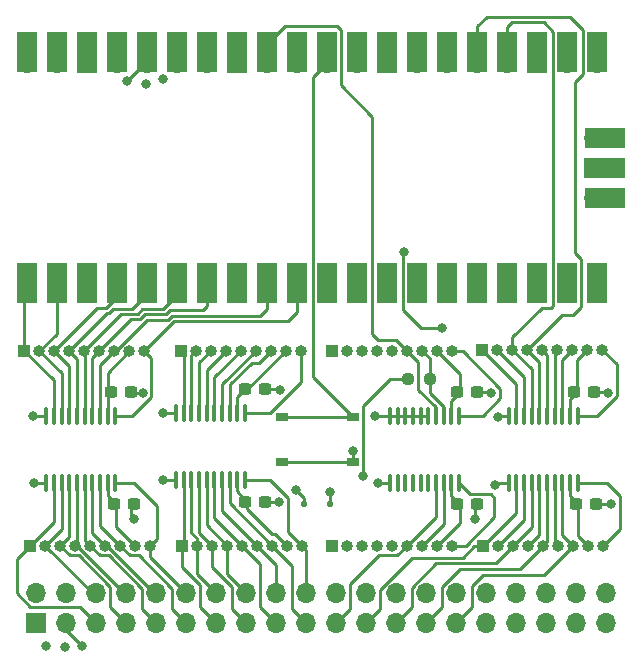
<source format=gbr>
%TF.GenerationSoftware,KiCad,Pcbnew,8.0.0*%
%TF.CreationDate,2024-03-20T20:27:36-04:00*%
%TF.ProjectId,level-shifted,6c657665-6c2d-4736-9869-667465642e6b,rev?*%
%TF.SameCoordinates,Original*%
%TF.FileFunction,Copper,L1,Top*%
%TF.FilePolarity,Positive*%
%FSLAX46Y46*%
G04 Gerber Fmt 4.6, Leading zero omitted, Abs format (unit mm)*
G04 Created by KiCad (PCBNEW 8.0.0) date 2024-03-20 20:27:36*
%MOMM*%
%LPD*%
G01*
G04 APERTURE LIST*
G04 Aperture macros list*
%AMRoundRect*
0 Rectangle with rounded corners*
0 $1 Rounding radius*
0 $2 $3 $4 $5 $6 $7 $8 $9 X,Y pos of 4 corners*
0 Add a 4 corners polygon primitive as box body*
4,1,4,$2,$3,$4,$5,$6,$7,$8,$9,$2,$3,0*
0 Add four circle primitives for the rounded corners*
1,1,$1+$1,$2,$3*
1,1,$1+$1,$4,$5*
1,1,$1+$1,$6,$7*
1,1,$1+$1,$8,$9*
0 Add four rect primitives between the rounded corners*
20,1,$1+$1,$2,$3,$4,$5,0*
20,1,$1+$1,$4,$5,$6,$7,0*
20,1,$1+$1,$6,$7,$8,$9,0*
20,1,$1+$1,$8,$9,$2,$3,0*%
G04 Aperture macros list end*
%TA.AperFunction,ComponentPad*%
%ADD10R,1.000000X1.000000*%
%TD*%
%TA.AperFunction,ComponentPad*%
%ADD11O,1.000000X1.000000*%
%TD*%
%TA.AperFunction,SMDPad,CuDef*%
%ADD12R,1.000000X0.750000*%
%TD*%
%TA.AperFunction,SMDPad,CuDef*%
%ADD13RoundRect,0.237500X0.300000X0.237500X-0.300000X0.237500X-0.300000X-0.237500X0.300000X-0.237500X0*%
%TD*%
%TA.AperFunction,SMDPad,CuDef*%
%ADD14RoundRect,0.100000X-0.100000X0.637500X-0.100000X-0.637500X0.100000X-0.637500X0.100000X0.637500X0*%
%TD*%
%TA.AperFunction,SMDPad,CuDef*%
%ADD15RoundRect,0.237500X-0.250000X-0.237500X0.250000X-0.237500X0.250000X0.237500X-0.250000X0.237500X0*%
%TD*%
%TA.AperFunction,ComponentPad*%
%ADD16R,1.700000X1.700000*%
%TD*%
%TA.AperFunction,ComponentPad*%
%ADD17O,1.700000X1.700000*%
%TD*%
%TA.AperFunction,SMDPad,CuDef*%
%ADD18RoundRect,0.125000X-0.125000X-0.125000X0.125000X-0.125000X0.125000X0.125000X-0.125000X0.125000X0*%
%TD*%
%TA.AperFunction,SMDPad,CuDef*%
%ADD19R,1.700000X3.500000*%
%TD*%
%TA.AperFunction,SMDPad,CuDef*%
%ADD20R,3.500000X1.700000*%
%TD*%
%TA.AperFunction,ViaPad*%
%ADD21C,0.800000*%
%TD*%
%TA.AperFunction,Conductor*%
%ADD22C,0.250000*%
%TD*%
G04 APERTURE END LIST*
D10*
%TO.P,J109,1,Pin_1*%
%TO.N,/LVA8*%
X140880000Y-92500000D03*
D11*
%TO.P,J109,2,Pin_2*%
%TO.N,/LVA9*%
X142150000Y-92500000D03*
%TO.P,J109,3,Pin_3*%
%TO.N,/LVA10*%
X143420000Y-92500000D03*
%TO.P,J109,4,Pin_4*%
%TO.N,/LVA11*%
X144690000Y-92500000D03*
%TO.P,J109,5,Pin_5*%
%TO.N,/LVA12*%
X145960000Y-92500000D03*
%TO.P,J109,6,Pin_6*%
%TO.N,/LVA13*%
X147230000Y-92500000D03*
%TO.P,J109,7,Pin_7*%
%TO.N,/LVA14*%
X148500000Y-92500000D03*
%TO.P,J109,8,Pin_8*%
%TO.N,3V3*%
X149770000Y-92500000D03*
%TO.P,J109,9,Pin_9*%
%TO.N,/LVA15*%
X151040000Y-92500000D03*
%TD*%
D12*
%TO.P,SW101,1,A*%
%TO.N,Net-(SW101-A)*%
X149500000Y-98125000D03*
X155500000Y-98125000D03*
%TO.P,SW101,2,B*%
%TO.N,GND*%
X149500000Y-101875000D03*
X155500000Y-101875000D03*
%TD*%
D10*
%TO.P,J107,1,Pin_1*%
%TO.N,/LVA0*%
X127650000Y-92500000D03*
D11*
%TO.P,J107,2,Pin_2*%
%TO.N,/LVA1*%
X128920000Y-92500000D03*
%TO.P,J107,3,Pin_3*%
%TO.N,/LVA2*%
X130190000Y-92500000D03*
%TO.P,J107,4,Pin_4*%
%TO.N,/LVA3*%
X131460000Y-92500000D03*
%TO.P,J107,5,Pin_5*%
%TO.N,/LVA4*%
X132730000Y-92500000D03*
%TO.P,J107,6,Pin_6*%
%TO.N,/LVA5*%
X134000000Y-92500000D03*
%TO.P,J107,7,Pin_7*%
%TO.N,/LVA6*%
X135270000Y-92500000D03*
%TO.P,J107,8,Pin_8*%
%TO.N,3V3*%
X136540000Y-92500000D03*
%TO.P,J107,9,Pin_9*%
%TO.N,/LVA7*%
X137810000Y-92500000D03*
%TD*%
D10*
%TO.P,J103,1,Pin_1*%
%TO.N,/HVA0*%
X128150000Y-109000000D03*
D11*
%TO.P,J103,2,Pin_2*%
%TO.N,/HVA1*%
X129420000Y-109000000D03*
%TO.P,J103,3,Pin_3*%
%TO.N,/HVA2*%
X130690000Y-109000000D03*
%TO.P,J103,4,Pin_4*%
%TO.N,/HVA3*%
X131960000Y-109000000D03*
%TO.P,J103,5,Pin_5*%
%TO.N,/HVA4*%
X133230000Y-109000000D03*
%TO.P,J103,6,Pin_6*%
%TO.N,/HVA5*%
X134500000Y-109000000D03*
%TO.P,J103,7,Pin_7*%
%TO.N,/HVA6*%
X135770000Y-109000000D03*
%TO.P,J103,8,Pin_8*%
%TO.N,5V*%
X137040000Y-109000000D03*
%TO.P,J103,9,Pin_9*%
%TO.N,/HVA7*%
X138310000Y-109000000D03*
%TD*%
D10*
%TO.P,J110,1,Pin_1*%
%TO.N,unconnected-(J110-Pin_1-Pad1)*%
X153690000Y-92500000D03*
D11*
%TO.P,J110,2,Pin_2*%
%TO.N,unconnected-(J110-Pin_2-Pad2)*%
X154960000Y-92500000D03*
%TO.P,J110,3,Pin_3*%
%TO.N,unconnected-(J110-Pin_3-Pad3)*%
X156230000Y-92500000D03*
%TO.P,J110,4,Pin_4*%
%TO.N,unconnected-(J110-Pin_4-Pad4)*%
X157500000Y-92500000D03*
%TO.P,J110,5,Pin_5*%
%TO.N,unconnected-(J110-Pin_5-Pad5)*%
X158770000Y-92500000D03*
%TO.P,J110,6,Pin_6*%
%TO.N,LVRW*%
X160040000Y-92500000D03*
%TO.P,J110,7,Pin_7*%
%TO.N,LVDEN*%
X161310000Y-92500000D03*
%TO.P,J110,8,Pin_8*%
%TO.N,3V3*%
X162580000Y-92500000D03*
%TO.P,J110,9,Pin_9*%
%TO.N,LVPHI2*%
X163850000Y-92500000D03*
%TD*%
D10*
%TO.P,J106,1,Pin_1*%
%TO.N,LVD0*%
X166425000Y-92415000D03*
D11*
%TO.P,J106,2,Pin_2*%
%TO.N,LVD1*%
X167695000Y-92415000D03*
%TO.P,J106,3,Pin_3*%
%TO.N,LVD2*%
X168965000Y-92415000D03*
%TO.P,J106,4,Pin_4*%
%TO.N,LVD3*%
X170235000Y-92415000D03*
%TO.P,J106,5,Pin_5*%
%TO.N,LVD4*%
X171505000Y-92415000D03*
%TO.P,J106,6,Pin_6*%
%TO.N,LVD5*%
X172775000Y-92415000D03*
%TO.P,J106,7,Pin_7*%
%TO.N,LVD6*%
X174045000Y-92415000D03*
%TO.P,J106,8,Pin_8*%
%TO.N,3V3*%
X175315000Y-92415000D03*
%TO.P,J106,9,Pin_9*%
%TO.N,LVD7*%
X176585000Y-92415000D03*
%TD*%
D13*
%TO.P,C106,1*%
%TO.N,GND*%
X176042200Y-105500000D03*
%TO.P,C106,2*%
%TO.N,5V*%
X174317200Y-105500000D03*
%TD*%
D14*
%TO.P,U102,1,A1*%
%TO.N,/LVA15*%
X146339200Y-97738000D03*
%TO.P,U102,2,VCCA*%
%TO.N,3V3*%
X145689200Y-97738000D03*
%TO.P,U102,3,A2*%
%TO.N,/LVA14*%
X145039200Y-97738000D03*
%TO.P,U102,4,A3*%
%TO.N,/LVA13*%
X144389200Y-97738000D03*
%TO.P,U102,5,A4*%
%TO.N,/LVA12*%
X143739200Y-97738000D03*
%TO.P,U102,6,A5*%
%TO.N,/LVA11*%
X143089200Y-97738000D03*
%TO.P,U102,7,A6*%
%TO.N,/LVA10*%
X142439200Y-97738000D03*
%TO.P,U102,8,A7*%
%TO.N,/LVA9*%
X141789200Y-97738000D03*
%TO.P,U102,9,A8*%
%TO.N,/LVA8*%
X141139200Y-97738000D03*
%TO.P,U102,10,OE*%
%TO.N,3V3*%
X140489200Y-97738000D03*
%TO.P,U102,11,GND*%
%TO.N,GND*%
X140489200Y-103463000D03*
%TO.P,U102,12,B8*%
%TO.N,/HVA8*%
X141139200Y-103463000D03*
%TO.P,U102,13,B7*%
%TO.N,/HVA9*%
X141789200Y-103463000D03*
%TO.P,U102,14,B6*%
%TO.N,/HVA10*%
X142439200Y-103463000D03*
%TO.P,U102,15,B5*%
%TO.N,/HVA11*%
X143089200Y-103463000D03*
%TO.P,U102,16,B4*%
%TO.N,/HVA12*%
X143739200Y-103463000D03*
%TO.P,U102,17,B3*%
%TO.N,/HVA13*%
X144389200Y-103463000D03*
%TO.P,U102,18,B2*%
%TO.N,/HVA14*%
X145039200Y-103463000D03*
%TO.P,U102,19,VCCB*%
%TO.N,5V*%
X145689200Y-103463000D03*
%TO.P,U102,20,B1*%
%TO.N,/HVA15*%
X146339200Y-103463000D03*
%TD*%
D13*
%TO.P,C101,1*%
%TO.N,GND*%
X148026700Y-95754000D03*
%TO.P,C101,2*%
%TO.N,3V3*%
X146301700Y-95754000D03*
%TD*%
D15*
%TO.P,R101,1*%
%TO.N,5V*%
X160123500Y-94843600D03*
%TO.P,R101,2*%
%TO.N,LVDEN*%
X161948500Y-94843600D03*
%TD*%
D13*
%TO.P,C105,1*%
%TO.N,GND*%
X175914700Y-96000000D03*
%TO.P,C105,2*%
%TO.N,3V3*%
X174189700Y-96000000D03*
%TD*%
D16*
%TO.P,J104,1,GND*%
%TO.N,GND*%
X128650000Y-115570000D03*
D17*
%TO.P,J104,2,GND*%
X128650000Y-113030000D03*
%TO.P,J104,3,VCC*%
%TO.N,5V*%
X131190000Y-115570000D03*
%TO.P,J104,4,~{RESET}*%
%TO.N,unconnected-(J104-~{RESET}-Pad4)*%
X131190000Y-113030000D03*
%TO.P,J104,5,A0*%
%TO.N,/HVA0*%
X133730000Y-115570000D03*
%TO.P,J104,6,A1*%
%TO.N,/HVA1*%
X133730000Y-113030000D03*
%TO.P,J104,7,A2*%
%TO.N,/HVA2*%
X136270000Y-115570000D03*
%TO.P,J104,8,A3*%
%TO.N,/HVA3*%
X136270000Y-113030000D03*
%TO.P,J104,9,A4*%
%TO.N,/HVA4*%
X138810000Y-115570000D03*
%TO.P,J104,10,A5*%
%TO.N,/HVA5*%
X138810000Y-113030000D03*
%TO.P,J104,11,A6*%
%TO.N,/HVA6*%
X141350000Y-115570000D03*
%TO.P,J104,12,A7*%
%TO.N,/HVA7*%
X141350000Y-113030000D03*
%TO.P,J104,13,A8*%
%TO.N,/HVA8*%
X143890000Y-115570000D03*
%TO.P,J104,14,A9*%
%TO.N,/HVA9*%
X143890000Y-113030000D03*
%TO.P,J104,15,A10*%
%TO.N,/HVA10*%
X146430000Y-115570000D03*
%TO.P,J104,16,A11*%
%TO.N,/HVA11*%
X146430000Y-113030000D03*
%TO.P,J104,17,A12*%
%TO.N,/HVA12*%
X148970000Y-115570000D03*
%TO.P,J104,18,A13*%
%TO.N,/HVA13*%
X148970000Y-113030000D03*
%TO.P,J104,19,A14*%
%TO.N,/HVA14*%
X151510000Y-115570000D03*
%TO.P,J104,20,A15*%
%TO.N,/HVA15*%
X151510000Y-113030000D03*
%TO.P,J104,21,RW*%
%TO.N,HVRW*%
X154050000Y-115570000D03*
%TO.P,J104,22,PH2*%
%TO.N,HVPHI2*%
X154050000Y-113030000D03*
%TO.P,J104,23,D0*%
%TO.N,HVD0*%
X156590000Y-115570000D03*
%TO.P,J104,24,D1*%
%TO.N,HVD1*%
X156590000Y-113030000D03*
%TO.P,J104,25,D2*%
%TO.N,HVD2*%
X159130000Y-115570000D03*
%TO.P,J104,26,D3*%
%TO.N,HVD3*%
X159130000Y-113030000D03*
%TO.P,J104,27,D4*%
%TO.N,HVD4*%
X161670000Y-115570000D03*
%TO.P,J104,28,D5*%
%TO.N,HVD5*%
X161670000Y-113030000D03*
%TO.P,J104,29,D6*%
%TO.N,HVD6*%
X164210000Y-115570000D03*
%TO.P,J104,30,D7*%
%TO.N,HVD7*%
X164210000Y-113030000D03*
%TO.P,J104,31,SYNC*%
%TO.N,unconnected-(J104-SYNC-Pad31)*%
X166750000Y-115570000D03*
%TO.P,J104,32,RDY*%
%TO.N,unconnected-(J104-RDY-Pad32)*%
X166750000Y-113030000D03*
%TO.P,J104,33,NMI*%
%TO.N,unconnected-(J104-NMI-Pad33)*%
X169290000Y-115570000D03*
%TO.P,J104,34,TAPE*%
%TO.N,unconnected-(J104-TAPE-Pad34)*%
X169290000Y-113030000D03*
%TO.P,J104,35,DEN*%
%TO.N,HVDEN*%
X171830000Y-115570000D03*
%TO.P,J104,36,SST*%
%TO.N,unconnected-(J104-SST-Pad36)*%
X171830000Y-113030000D03*
%TO.P,J104,37,IO3*%
%TO.N,unconnected-(J104-IO3-Pad37)*%
X174370000Y-115570000D03*
%TO.P,J104,38,PB7*%
%TO.N,unconnected-(J104-PB7-Pad38)*%
X174370000Y-113030000D03*
%TO.P,J104,39,PH1*%
%TO.N,unconnected-(J104-PH1-Pad39)*%
X176910000Y-115570000D03*
%TO.P,J104,40,IRQ*%
%TO.N,unconnected-(J104-IRQ-Pad40)*%
X176910000Y-113030000D03*
%TD*%
D10*
%TO.P,J101,1,Pin_1*%
%TO.N,HVD0*%
X166500000Y-109000000D03*
D11*
%TO.P,J101,2,Pin_2*%
%TO.N,HVD1*%
X167770000Y-109000000D03*
%TO.P,J101,3,Pin_3*%
%TO.N,HVD2*%
X169040000Y-109000000D03*
%TO.P,J101,4,Pin_4*%
%TO.N,HVD3*%
X170310000Y-109000000D03*
%TO.P,J101,5,Pin_5*%
%TO.N,HVD4*%
X171580000Y-109000000D03*
%TO.P,J101,6,Pin_6*%
%TO.N,HVD5*%
X172850000Y-109000000D03*
%TO.P,J101,7,Pin_7*%
%TO.N,HVD6*%
X174120000Y-109000000D03*
%TO.P,J101,8,Pin_8*%
%TO.N,5V*%
X175390000Y-109000000D03*
%TO.P,J101,9,Pin_9*%
%TO.N,HVD7*%
X176660000Y-109000000D03*
%TD*%
D10*
%TO.P,J105,1,Pin_1*%
%TO.N,/HVA8*%
X141000000Y-109000000D03*
D11*
%TO.P,J105,2,Pin_2*%
%TO.N,/HVA9*%
X142270000Y-109000000D03*
%TO.P,J105,3,Pin_3*%
%TO.N,/HVA10*%
X143540000Y-109000000D03*
%TO.P,J105,4,Pin_4*%
%TO.N,/HVA11*%
X144810000Y-109000000D03*
%TO.P,J105,5,Pin_5*%
%TO.N,/HVA12*%
X146080000Y-109000000D03*
%TO.P,J105,6,Pin_6*%
%TO.N,/HVA13*%
X147350000Y-109000000D03*
%TO.P,J105,7,Pin_7*%
%TO.N,/HVA14*%
X148620000Y-109000000D03*
%TO.P,J105,8,Pin_8*%
%TO.N,5V*%
X149890000Y-109000000D03*
%TO.P,J105,9,Pin_9*%
%TO.N,/HVA15*%
X151160000Y-109000000D03*
%TD*%
D13*
%TO.P,C108,1*%
%TO.N,GND*%
X166001000Y-105500000D03*
%TO.P,C108,2*%
%TO.N,5V*%
X164276000Y-105500000D03*
%TD*%
%TO.P,C103,1*%
%TO.N,GND*%
X136668000Y-96000000D03*
%TO.P,C103,2*%
%TO.N,3V3*%
X134943000Y-96000000D03*
%TD*%
D14*
%TO.P,U103,1,A1*%
%TO.N,LVD7*%
X174500000Y-97984000D03*
%TO.P,U103,2,VCCA*%
%TO.N,3V3*%
X173850000Y-97984000D03*
%TO.P,U103,3,A2*%
%TO.N,LVD6*%
X173200000Y-97984000D03*
%TO.P,U103,4,A3*%
%TO.N,LVD5*%
X172550000Y-97984000D03*
%TO.P,U103,5,A4*%
%TO.N,LVD4*%
X171900000Y-97984000D03*
%TO.P,U103,6,A5*%
%TO.N,LVD3*%
X171250000Y-97984000D03*
%TO.P,U103,7,A6*%
%TO.N,LVD2*%
X170600000Y-97984000D03*
%TO.P,U103,8,A7*%
%TO.N,LVD1*%
X169950000Y-97984000D03*
%TO.P,U103,9,A8*%
%TO.N,LVD0*%
X169300000Y-97984000D03*
%TO.P,U103,10,OE*%
%TO.N,/DEN*%
X168650000Y-97984000D03*
%TO.P,U103,11,GND*%
%TO.N,GND*%
X168650000Y-103709000D03*
%TO.P,U103,12,B8*%
%TO.N,HVD0*%
X169300000Y-103709000D03*
%TO.P,U103,13,B7*%
%TO.N,HVD1*%
X169950000Y-103709000D03*
%TO.P,U103,14,B6*%
%TO.N,HVD2*%
X170600000Y-103709000D03*
%TO.P,U103,15,B5*%
%TO.N,HVD3*%
X171250000Y-103709000D03*
%TO.P,U103,16,B4*%
%TO.N,HVD4*%
X171900000Y-103709000D03*
%TO.P,U103,17,B3*%
%TO.N,HVD5*%
X172550000Y-103709000D03*
%TO.P,U103,18,B2*%
%TO.N,HVD6*%
X173200000Y-103709000D03*
%TO.P,U103,19,VCCB*%
%TO.N,5V*%
X173850000Y-103709000D03*
%TO.P,U103,20,B1*%
%TO.N,HVD7*%
X174500000Y-103709000D03*
%TD*%
%TO.P,U105,1,A1*%
%TO.N,LVPHI2*%
X164443500Y-97984000D03*
%TO.P,U105,2,VCCA*%
%TO.N,3V3*%
X163793500Y-97984000D03*
%TO.P,U105,3,A2*%
%TO.N,LVDEN*%
X163143500Y-97984000D03*
%TO.P,U105,4,A3*%
%TO.N,LVRW*%
X162493500Y-97984000D03*
%TO.P,U105,5,A4*%
%TO.N,3V3*%
X161843500Y-97984000D03*
%TO.P,U105,6,A5*%
X161193500Y-97984000D03*
%TO.P,U105,7,A6*%
X160543500Y-97984000D03*
%TO.P,U105,8,A7*%
X159893500Y-97984000D03*
%TO.P,U105,9,A8*%
X159243500Y-97984000D03*
%TO.P,U105,10,OE*%
X158593500Y-97984000D03*
%TO.P,U105,11,GND*%
%TO.N,GND*%
X158593500Y-103709000D03*
%TO.P,U105,12,B8*%
%TO.N,unconnected-(U105-B8-Pad12)*%
X159243500Y-103709000D03*
%TO.P,U105,13,B7*%
%TO.N,unconnected-(U105-B7-Pad13)*%
X159893500Y-103709000D03*
%TO.P,U105,14,B6*%
%TO.N,unconnected-(U105-B6-Pad14)*%
X160543500Y-103709000D03*
%TO.P,U105,15,B5*%
%TO.N,unconnected-(U105-B5-Pad15)*%
X161193500Y-103709000D03*
%TO.P,U105,16,B4*%
%TO.N,unconnected-(U105-B4-Pad16)*%
X161843500Y-103709000D03*
%TO.P,U105,17,B3*%
%TO.N,HVRW*%
X162493500Y-103709000D03*
%TO.P,U105,18,B2*%
%TO.N,HVDEN*%
X163143500Y-103709000D03*
%TO.P,U105,19,VCCB*%
%TO.N,5V*%
X163793500Y-103709000D03*
%TO.P,U105,20,B1*%
%TO.N,HVPHI2*%
X164443500Y-103709000D03*
%TD*%
D18*
%TO.P,D102,1,K*%
%TO.N,Net-(D102-K)*%
X151300000Y-105500000D03*
%TO.P,D102,2,A*%
%TO.N,5V*%
X153500000Y-105500000D03*
%TD*%
D10*
%TO.P,J102,1,Pin_1*%
%TO.N,unconnected-(J102-Pin_1-Pad1)*%
X153690000Y-109000000D03*
D11*
%TO.P,J102,2,Pin_2*%
%TO.N,unconnected-(J102-Pin_2-Pad2)*%
X154960000Y-109000000D03*
%TO.P,J102,3,Pin_3*%
%TO.N,unconnected-(J102-Pin_3-Pad3)*%
X156230000Y-109000000D03*
%TO.P,J102,4,Pin_4*%
%TO.N,unconnected-(J102-Pin_4-Pad4)*%
X157500000Y-109000000D03*
%TO.P,J102,5,Pin_5*%
%TO.N,unconnected-(J102-Pin_5-Pad5)*%
X158770000Y-109000000D03*
%TO.P,J102,6,Pin_6*%
%TO.N,HVRW*%
X160040000Y-109000000D03*
%TO.P,J102,7,Pin_7*%
%TO.N,HVDEN*%
X161310000Y-109000000D03*
%TO.P,J102,8,Pin_8*%
%TO.N,5V*%
X162580000Y-109000000D03*
%TO.P,J102,9,Pin_9*%
%TO.N,HVPHI2*%
X163850000Y-109000000D03*
%TD*%
D14*
%TO.P,U101,1,A1*%
%TO.N,/LVA7*%
X135358000Y-97984000D03*
%TO.P,U101,2,VCCA*%
%TO.N,3V3*%
X134708000Y-97984000D03*
%TO.P,U101,3,A2*%
%TO.N,/LVA6*%
X134058000Y-97984000D03*
%TO.P,U101,4,A3*%
%TO.N,/LVA5*%
X133408000Y-97984000D03*
%TO.P,U101,5,A4*%
%TO.N,/LVA4*%
X132758000Y-97984000D03*
%TO.P,U101,6,A5*%
%TO.N,/LVA3*%
X132108000Y-97984000D03*
%TO.P,U101,7,A6*%
%TO.N,/LVA2*%
X131458000Y-97984000D03*
%TO.P,U101,8,A7*%
%TO.N,/LVA1*%
X130808000Y-97984000D03*
%TO.P,U101,9,A8*%
%TO.N,/LVA0*%
X130158000Y-97984000D03*
%TO.P,U101,10,OE*%
%TO.N,3V3*%
X129508000Y-97984000D03*
%TO.P,U101,11,GND*%
%TO.N,GND*%
X129508000Y-103709000D03*
%TO.P,U101,12,B8*%
%TO.N,/HVA0*%
X130158000Y-103709000D03*
%TO.P,U101,13,B7*%
%TO.N,/HVA1*%
X130808000Y-103709000D03*
%TO.P,U101,14,B6*%
%TO.N,/HVA2*%
X131458000Y-103709000D03*
%TO.P,U101,15,B5*%
%TO.N,/HVA3*%
X132108000Y-103709000D03*
%TO.P,U101,16,B4*%
%TO.N,/HVA4*%
X132758000Y-103709000D03*
%TO.P,U101,17,B3*%
%TO.N,/HVA5*%
X133408000Y-103709000D03*
%TO.P,U101,18,B2*%
%TO.N,/HVA6*%
X134058000Y-103709000D03*
%TO.P,U101,19,VCCB*%
%TO.N,5V*%
X134708000Y-103709000D03*
%TO.P,U101,20,B1*%
%TO.N,/HVA7*%
X135358000Y-103709000D03*
%TD*%
D13*
%TO.P,C107,1*%
%TO.N,GND*%
X166001000Y-96000000D03*
%TO.P,C107,2*%
%TO.N,3V3*%
X164276000Y-96000000D03*
%TD*%
D17*
%TO.P,U104,1,GPIO0*%
%TO.N,/LVA0*%
X127870000Y-85890000D03*
D19*
X127870000Y-86790000D03*
D17*
%TO.P,U104,2,GPIO1*%
%TO.N,/LVA1*%
X130410000Y-85890000D03*
D19*
X130410000Y-86790000D03*
D16*
%TO.P,U104,3,GND*%
%TO.N,GND*%
X132950000Y-85890000D03*
D19*
X132950000Y-86790000D03*
D17*
%TO.P,U104,4,GPIO2*%
%TO.N,/LVA2*%
X135490000Y-85890000D03*
D19*
X135490000Y-86790000D03*
D17*
%TO.P,U104,5,GPIO3*%
%TO.N,/LVA3*%
X138030000Y-85890000D03*
D19*
X138030000Y-86790000D03*
D17*
%TO.P,U104,6,GPIO4*%
%TO.N,/LVA4*%
X140570000Y-85890000D03*
D19*
X140570000Y-86790000D03*
D17*
%TO.P,U104,7,GPIO5*%
%TO.N,/LVA5*%
X143110000Y-85890000D03*
D19*
X143110000Y-86790000D03*
D16*
%TO.P,U104,8,GND*%
%TO.N,GND*%
X145650000Y-85890000D03*
D19*
X145650000Y-86790000D03*
D17*
%TO.P,U104,9,GPIO6*%
%TO.N,/LVA6*%
X148190000Y-85890000D03*
D19*
X148190000Y-86790000D03*
D17*
%TO.P,U104,10,GPIO7*%
%TO.N,/LVA7*%
X150730000Y-85890000D03*
D19*
X150730000Y-86790000D03*
D17*
%TO.P,U104,11,GPIO8*%
%TO.N,/LVA8*%
X153270000Y-85890000D03*
D19*
X153270000Y-86790000D03*
D17*
%TO.P,U104,12,GPIO9*%
%TO.N,/LVA9*%
X155810000Y-85890000D03*
D19*
X155810000Y-86790000D03*
D16*
%TO.P,U104,13,GND*%
%TO.N,GND*%
X158350000Y-85890000D03*
D19*
X158350000Y-86790000D03*
D17*
%TO.P,U104,14,GPIO10*%
%TO.N,/LVA10*%
X160890000Y-85890000D03*
D19*
X160890000Y-86790000D03*
D17*
%TO.P,U104,15,GPIO11*%
%TO.N,/LVA11*%
X163430000Y-85890000D03*
D19*
X163430000Y-86790000D03*
D17*
%TO.P,U104,16,GPIO12*%
%TO.N,/LVA12*%
X165970000Y-85890000D03*
D19*
X165970000Y-86790000D03*
D17*
%TO.P,U104,17,GPIO13*%
%TO.N,/LVA13*%
X168510000Y-85890000D03*
D19*
X168510000Y-86790000D03*
D16*
%TO.P,U104,18,GND*%
%TO.N,GND*%
X171050000Y-85890000D03*
D19*
X171050000Y-86790000D03*
D17*
%TO.P,U104,19,GPIO14*%
%TO.N,/LVA14*%
X173590000Y-85890000D03*
D19*
X173590000Y-86790000D03*
D17*
%TO.P,U104,20,GPIO15*%
%TO.N,/LVA15*%
X176130000Y-85890000D03*
D19*
X176130000Y-86790000D03*
D17*
%TO.P,U104,21,GPIO16*%
%TO.N,LVD0*%
X176130000Y-68110000D03*
D19*
X176130000Y-67210000D03*
D17*
%TO.P,U104,22,GPIO17*%
%TO.N,LVD1*%
X173590000Y-68110000D03*
D19*
X173590000Y-67210000D03*
D16*
%TO.P,U104,23,GND*%
%TO.N,GND*%
X171050000Y-68110000D03*
D19*
X171050000Y-67210000D03*
D17*
%TO.P,U104,24,GPIO18*%
%TO.N,LVD2*%
X168510000Y-68110000D03*
D19*
X168510000Y-67210000D03*
D17*
%TO.P,U104,25,GPIO19*%
%TO.N,LVD3*%
X165970000Y-68110000D03*
D19*
X165970000Y-67210000D03*
D17*
%TO.P,U104,26,GPIO20*%
%TO.N,LVD4*%
X163430000Y-68110000D03*
D19*
X163430000Y-67210000D03*
D17*
%TO.P,U104,27,GPIO21*%
%TO.N,LVD5*%
X160890000Y-68110000D03*
D19*
X160890000Y-67210000D03*
D16*
%TO.P,U104,28,GND*%
%TO.N,GND*%
X158350000Y-68110000D03*
D19*
X158350000Y-67210000D03*
D17*
%TO.P,U104,29,GPIO22*%
%TO.N,LVD6*%
X155810000Y-68110000D03*
D19*
X155810000Y-67210000D03*
D17*
%TO.P,U104,30,RUN*%
%TO.N,Net-(SW101-A)*%
X153270000Y-68110000D03*
D19*
X153270000Y-67210000D03*
D17*
%TO.P,U104,31,GPIO26_ADC0*%
%TO.N,LVD7*%
X150730000Y-68110000D03*
D19*
X150730000Y-67210000D03*
D17*
%TO.P,U104,32,GPIO27_ADC1*%
%TO.N,LVRW*%
X148190000Y-68110000D03*
D19*
X148190000Y-67210000D03*
D16*
%TO.P,U104,33,AGND*%
%TO.N,GND*%
X145650000Y-68110000D03*
D19*
X145650000Y-67210000D03*
D17*
%TO.P,U104,34,GPIO28_ADC2*%
%TO.N,/DEN*%
X143110000Y-68110000D03*
D19*
X143110000Y-67210000D03*
D17*
%TO.P,U104,35,ADC_VREF*%
%TO.N,unconnected-(U104-ADC_VREF-Pad35)*%
X140570000Y-68110000D03*
D19*
%TO.N,unconnected-(U104-ADC_VREF-Pad35)_0*%
X140570000Y-67210000D03*
D17*
%TO.P,U104,36,3V3*%
%TO.N,3V3*%
X138030000Y-68110000D03*
D19*
X138030000Y-67210000D03*
D17*
%TO.P,U104,37,3V3_EN*%
%TO.N,unconnected-(U104-3V3_EN-Pad37)*%
X135490000Y-68110000D03*
D19*
%TO.N,unconnected-(U104-3V3_EN-Pad37)_0*%
X135490000Y-67210000D03*
D16*
%TO.P,U104,38,GND*%
%TO.N,unconnected-(U104-GND-Pad38)_0*%
X132950000Y-68110000D03*
D19*
%TO.N,unconnected-(U104-GND-Pad38)*%
X132950000Y-67210000D03*
D17*
%TO.P,U104,39,VSYS*%
%TO.N,Net-(D102-K)*%
X130410000Y-68110000D03*
D19*
X130410000Y-67210000D03*
D17*
%TO.P,U104,40,VBUS*%
%TO.N,unconnected-(U104-VBUS-Pad40)_0*%
X127870000Y-68110000D03*
D19*
%TO.N,unconnected-(U104-VBUS-Pad40)*%
X127870000Y-67210000D03*
D17*
%TO.P,U104,41,SWCLK*%
%TO.N,unconnected-(U104-SWCLK-Pad41)_0*%
X175900000Y-79540000D03*
D20*
%TO.N,unconnected-(U104-SWCLK-Pad41)*%
X176800000Y-79540000D03*
D16*
%TO.P,U104,42,GND*%
%TO.N,GND*%
X175900000Y-77000000D03*
D20*
X176800000Y-77000000D03*
D17*
%TO.P,U104,43,SWDIO*%
%TO.N,unconnected-(U104-SWDIO-Pad43)_0*%
X175900000Y-74460000D03*
D20*
%TO.N,unconnected-(U104-SWDIO-Pad43)*%
X176800000Y-74460000D03*
%TD*%
D13*
%TO.P,C102,1*%
%TO.N,GND*%
X148026700Y-105254000D03*
%TO.P,C102,2*%
%TO.N,5V*%
X146301700Y-105254000D03*
%TD*%
%TO.P,C104,1*%
%TO.N,GND*%
X136923000Y-105500000D03*
%TO.P,C104,2*%
%TO.N,5V*%
X135198000Y-105500000D03*
%TD*%
D21*
%TO.N,GND*%
X149225004Y-105275000D03*
X155500000Y-101000000D03*
X167149996Y-96025000D03*
X167500000Y-103875000D03*
X177300001Y-105500001D03*
X137650000Y-96025000D03*
X139425000Y-103463000D03*
X149300000Y-95775000D03*
X177025000Y-96025000D03*
X128475000Y-103709000D03*
X165766000Y-106734008D03*
X157550000Y-103709000D03*
X136898221Y-106717800D03*
%TO.N,/DEN*%
X162966400Y-90525600D03*
X159766000Y-84124800D03*
X167735323Y-98131705D03*
%TO.N,Net-(D102-K)*%
X150672800Y-104292400D03*
%TO.N,3V3*%
X137972800Y-69900800D03*
X139425000Y-97738000D03*
X136347200Y-69646800D03*
X157350000Y-97975000D03*
X128350000Y-98025000D03*
X139395200Y-69494400D03*
%TO.N,5V*%
X156325000Y-103075000D03*
X131114800Y-117602000D03*
X132537200Y-117500400D03*
X153500000Y-104474996D03*
X129489200Y-117449600D03*
%TD*%
D22*
%TO.N,/LVA1*%
X128920000Y-92500000D02*
X130375000Y-91045000D01*
X130375000Y-91045000D02*
X130375000Y-85925000D01*
X130375000Y-85925000D02*
X130410000Y-85890000D01*
%TO.N,LVD3*%
X170235000Y-92415000D02*
X173150000Y-89500000D01*
X174765000Y-88810000D02*
X174765000Y-84715000D01*
X166775000Y-64225000D02*
X165970000Y-65030000D01*
X173150000Y-89500000D02*
X174075000Y-89500000D01*
X174075000Y-89500000D02*
X174765000Y-88810000D01*
X174765000Y-84715000D02*
X174300000Y-84250000D01*
X165970000Y-65030000D02*
X165970000Y-68110000D01*
X174300000Y-84250000D02*
X174300000Y-69700000D01*
X174300000Y-69700000D02*
X174925000Y-69075000D01*
X174925000Y-69075000D02*
X174925000Y-65295000D01*
X174925000Y-65295000D02*
X173855000Y-64225000D01*
X173855000Y-64225000D02*
X166775000Y-64225000D01*
%TO.N,LVD2*%
X168965000Y-91360000D02*
X171460000Y-88865000D01*
X168510000Y-65065000D02*
X168510000Y-68110000D01*
X168965000Y-92415000D02*
X168965000Y-91360000D01*
X172415000Y-65490000D02*
X171600000Y-64675000D01*
X171460000Y-88865000D02*
X172225000Y-88865000D01*
X172225000Y-88865000D02*
X172415000Y-88675000D01*
X172415000Y-88675000D02*
X172415000Y-65490000D01*
X171600000Y-64675000D02*
X168900000Y-64675000D01*
X168900000Y-64675000D02*
X168510000Y-65065000D01*
%TO.N,/DEN*%
X159766000Y-84124800D02*
X159715000Y-84175800D01*
X159715000Y-84175800D02*
X159715000Y-89052200D01*
X159715000Y-89052200D02*
X161187800Y-90525000D01*
X161187800Y-90525000D02*
X162965800Y-90525000D01*
X162965800Y-90525000D02*
X162966400Y-90525600D01*
%TO.N,/LVA3*%
X138030000Y-87674400D02*
X138030000Y-85890000D01*
X136790000Y-88914400D02*
X138030000Y-87674400D01*
X134771396Y-89315000D02*
X135171996Y-88914400D01*
X134645000Y-89315000D02*
X134771396Y-89315000D01*
X131460000Y-92500000D02*
X134645000Y-89315000D01*
X135171996Y-88914400D02*
X136790000Y-88914400D01*
%TO.N,/LVA2*%
X135490000Y-87960000D02*
X135490000Y-85890000D01*
X130190000Y-92500000D02*
X133825000Y-88865000D01*
X133825000Y-88865000D02*
X134585000Y-88865000D01*
X134585000Y-88865000D02*
X135490000Y-87960000D01*
%TO.N,/LVA4*%
X132730000Y-92500000D02*
X135865600Y-89364400D01*
X135865600Y-89364400D02*
X137236081Y-89364400D01*
X137236081Y-89364400D02*
X137635281Y-88965200D01*
X137635281Y-88965200D02*
X139409800Y-88965200D01*
X139409800Y-88965200D02*
X140570000Y-87805000D01*
X140570000Y-87805000D02*
X140570000Y-85890000D01*
%TO.N,/LVA5*%
X134000000Y-92500000D02*
X136685600Y-89814400D01*
X136685600Y-89814400D02*
X137422477Y-89814400D01*
X137422477Y-89814400D02*
X137821677Y-89415200D01*
X137821677Y-89415200D02*
X139622008Y-89415200D01*
X143110000Y-88715000D02*
X143110000Y-85890000D01*
X139622008Y-89415200D02*
X139970408Y-89066800D01*
X139970408Y-89066800D02*
X142758200Y-89066800D01*
X142758200Y-89066800D02*
X143110000Y-88715000D01*
%TO.N,/LVA6*%
X135270000Y-92500000D02*
X135373273Y-92500000D01*
X135373273Y-92500000D02*
X138008073Y-89865200D01*
X138008073Y-89865200D02*
X139808404Y-89865200D01*
X139808404Y-89865200D02*
X140156804Y-89516800D01*
X140156804Y-89516800D02*
X147608200Y-89516800D01*
X147608200Y-89516800D02*
X148190000Y-88935000D01*
X148190000Y-88935000D02*
X148190000Y-85890000D01*
%TO.N,/LVA7*%
X137810000Y-92500000D02*
X140343200Y-89966800D01*
X140343200Y-89966800D02*
X150008200Y-89966800D01*
X150008200Y-89966800D02*
X150730000Y-89245000D01*
X150730000Y-89245000D02*
X150730000Y-85890000D01*
%TO.N,LVPHI2*%
X163850000Y-92500000D02*
X164746016Y-92500000D01*
X164746016Y-92500000D02*
X167950000Y-95703984D01*
X167950000Y-95703984D02*
X167950000Y-96500000D01*
X166466000Y-97984000D02*
X164443500Y-97984000D01*
X167950000Y-96500000D02*
X166466000Y-97984000D01*
%TO.N,/DEN*%
X168650000Y-97984000D02*
X167883028Y-97984000D01*
X167883028Y-97984000D02*
X167735323Y-98131705D01*
%TO.N,GND*%
X165766000Y-96000000D02*
X167124996Y-96000000D01*
%TO.N,LVD0*%
X169300000Y-97984000D02*
X169300000Y-95290000D01*
%TO.N,GND*%
X167124996Y-96000000D02*
X167149996Y-96025000D01*
%TO.N,LVD0*%
X169300000Y-95290000D02*
X166425000Y-92415000D01*
%TO.N,LVD7*%
X177800000Y-96346016D02*
X177800000Y-93630000D01*
X176162016Y-97984000D02*
X177800000Y-96346016D01*
X177800000Y-93630000D02*
X176585000Y-92415000D01*
X174500000Y-97984000D02*
X176162016Y-97984000D01*
%TO.N,GND*%
X175679700Y-96000000D02*
X177000000Y-96000000D01*
X177000000Y-96000000D02*
X177025000Y-96025000D01*
%TO.N,HVD7*%
X174500000Y-103709000D02*
X176955016Y-103709000D01*
X176955016Y-103709000D02*
X178050000Y-104803984D01*
X178050000Y-104803984D02*
X178050000Y-107610000D01*
X178050000Y-107610000D02*
X176660000Y-109000000D01*
%TO.N,GND*%
X175807200Y-105500000D02*
X177300000Y-105500000D01*
X177300000Y-105500000D02*
X177300001Y-105500001D01*
X167666000Y-103709000D02*
X167500000Y-103875000D01*
X168650000Y-103709000D02*
X167666000Y-103709000D01*
%TO.N,HVPHI2*%
X165384500Y-104650000D02*
X167171016Y-104650000D01*
X164443500Y-103709000D02*
X165384500Y-104650000D01*
X167450000Y-104928984D02*
X167450000Y-106546016D01*
X167171016Y-104650000D02*
X167450000Y-104928984D01*
X167450000Y-106546016D02*
X164996016Y-109000000D01*
X164996016Y-109000000D02*
X163850000Y-109000000D01*
%TO.N,GND*%
X165766000Y-105500000D02*
X165766000Y-106734008D01*
%TO.N,5V*%
X158631095Y-94843600D02*
X156325000Y-97149695D01*
X156325000Y-97149695D02*
X156325000Y-103075000D01*
X160123500Y-94843600D02*
X158631095Y-94843600D01*
%TO.N,GND*%
X158593500Y-103709000D02*
X157550000Y-103709000D01*
%TO.N,5V*%
X153500000Y-105500000D02*
X153500000Y-104474996D01*
%TO.N,GND*%
X147791700Y-105254000D02*
X147812700Y-105275000D01*
X147812700Y-105275000D02*
X149225004Y-105275000D01*
%TO.N,/HVA15*%
X148484016Y-103463000D02*
X150000000Y-104978984D01*
X146339200Y-103463000D02*
X148484016Y-103463000D01*
X150000000Y-104978984D02*
X150000000Y-107840000D01*
X150000000Y-107840000D02*
X151160000Y-109000000D01*
%TO.N,3V3*%
X140489200Y-97738000D02*
X139425000Y-97738000D01*
%TO.N,GND*%
X140489200Y-103463000D02*
X139425000Y-103463000D01*
X129508000Y-103709000D02*
X128475000Y-103709000D01*
%TO.N,3V3*%
X128391000Y-97984000D02*
X128350000Y-98025000D01*
X129508000Y-97984000D02*
X128391000Y-97984000D01*
%TO.N,GND*%
X136458000Y-96025000D02*
X137650000Y-96025000D01*
%TO.N,/LVA7*%
X138375000Y-96396016D02*
X138375000Y-93065000D01*
%TO.N,GND*%
X136433000Y-96000000D02*
X136458000Y-96025000D01*
%TO.N,/LVA7*%
X136787016Y-97984000D02*
X138375000Y-96396016D01*
X138375000Y-93065000D02*
X137810000Y-92500000D01*
X135358000Y-97984000D02*
X136787016Y-97984000D01*
%TO.N,/LVA15*%
X148433016Y-97738000D02*
X151040000Y-95131016D01*
X146339200Y-97738000D02*
X148433016Y-97738000D01*
%TO.N,GND*%
X149279000Y-95754000D02*
X149300000Y-95775000D01*
X147791700Y-95754000D02*
X149279000Y-95754000D01*
%TO.N,/LVA15*%
X151040000Y-95131016D02*
X151040000Y-92500000D01*
%TO.N,3V3*%
X157359000Y-97984000D02*
X157350000Y-97975000D01*
X158593500Y-97984000D02*
X157359000Y-97984000D01*
%TO.N,LVD5*%
X172550000Y-97984000D02*
X172575000Y-97959000D01*
X172575000Y-97959000D02*
X172575000Y-92615000D01*
X172575000Y-92615000D02*
X172775000Y-92415000D01*
%TO.N,LVD4*%
X171900000Y-97984000D02*
X171900000Y-92810000D01*
X171900000Y-92810000D02*
X171505000Y-92415000D01*
%TO.N,LVD6*%
X173200000Y-97984000D02*
X173200000Y-93260000D01*
X173200000Y-93260000D02*
X174045000Y-92415000D01*
%TO.N,LVD3*%
X171250000Y-97984000D02*
X171250000Y-93430000D01*
X171250000Y-93430000D02*
X170235000Y-92415000D01*
%TO.N,LVD2*%
X170600000Y-97984000D02*
X170600000Y-94050000D01*
X170600000Y-94050000D02*
X168965000Y-92415000D01*
%TO.N,LVD1*%
X169950000Y-97984000D02*
X169950000Y-94670000D01*
X169950000Y-94670000D02*
X167695000Y-92415000D01*
%TO.N,GND*%
X155500000Y-101875000D02*
X155500000Y-101000000D01*
X136688000Y-105500000D02*
X136688000Y-106507579D01*
X149500000Y-101875000D02*
X155500000Y-101875000D01*
X136688000Y-106507579D02*
X136898221Y-106717800D01*
%TO.N,Net-(SW101-A)*%
X152095000Y-69285000D02*
X153270000Y-68110000D01*
X152095000Y-94720000D02*
X152095000Y-69285000D01*
X149500000Y-98125000D02*
X155500000Y-98125000D01*
X155500000Y-98125000D02*
X152095000Y-94720000D01*
%TO.N,/HVA2*%
X131458000Y-108232000D02*
X130690000Y-109000000D01*
X131458000Y-103709000D02*
X131458000Y-108232000D01*
X136270000Y-115570000D02*
X134905000Y-114205000D01*
X132251878Y-109825000D02*
X131515000Y-109825000D01*
X134905000Y-112478122D02*
X132251878Y-109825000D01*
X131515000Y-109825000D02*
X130690000Y-109000000D01*
X134905000Y-114205000D02*
X134905000Y-112478122D01*
%TO.N,/HVA11*%
X143089200Y-103463000D02*
X143089200Y-107279200D01*
X143089200Y-107279200D02*
X144810000Y-109000000D01*
X146430000Y-113030000D02*
X144810000Y-111410000D01*
X144810000Y-111410000D02*
X144810000Y-109000000D01*
%TO.N,/HVA15*%
X151510000Y-113030000D02*
X151510000Y-109350000D01*
X151510000Y-109350000D02*
X151160000Y-109000000D01*
%TO.N,/HVA6*%
X134058000Y-103709000D02*
X134058000Y-107288000D01*
X134058000Y-107288000D02*
X135770000Y-109000000D01*
X136595000Y-109825000D02*
X135770000Y-109000000D01*
X137325000Y-109825000D02*
X136595000Y-109825000D01*
X140175000Y-112675000D02*
X137325000Y-109825000D01*
X141350000Y-115570000D02*
X140175000Y-114395000D01*
X140175000Y-114395000D02*
X140175000Y-112675000D01*
%TO.N,/HVA4*%
X132758000Y-108528000D02*
X133230000Y-109000000D01*
X137635000Y-112668123D02*
X134791877Y-109825000D01*
X132758000Y-103709000D02*
X132758000Y-108528000D01*
X134791877Y-109825000D02*
X134055000Y-109825000D01*
X134055000Y-109825000D02*
X133230000Y-109000000D01*
X137635000Y-114395000D02*
X137635000Y-112668123D01*
X138810000Y-115570000D02*
X137635000Y-114395000D01*
%TO.N,/HVA1*%
X133730000Y-113030000D02*
X133450000Y-113030000D01*
X130808000Y-103709000D02*
X130808000Y-107612000D01*
X133450000Y-113030000D02*
X129420000Y-109000000D01*
X130808000Y-107612000D02*
X129420000Y-109000000D01*
%TO.N,/HVA3*%
X132108000Y-108852000D02*
X131960000Y-109000000D01*
X132063273Y-109000000D02*
X131960000Y-109000000D01*
X132108000Y-103709000D02*
X132108000Y-108852000D01*
X136093273Y-113030000D02*
X132063273Y-109000000D01*
X136270000Y-113030000D02*
X136093273Y-113030000D01*
%TO.N,/HVA10*%
X145255000Y-114395000D02*
X145255000Y-112491396D01*
X145255000Y-112491396D02*
X143540000Y-110776396D01*
X142439200Y-107899200D02*
X143540000Y-109000000D01*
X142439200Y-103463000D02*
X142439200Y-107899200D01*
X143540000Y-110776396D02*
X143540000Y-109000000D01*
X146430000Y-115570000D02*
X145255000Y-114395000D01*
%TO.N,/HVA0*%
X127000000Y-110150000D02*
X128150000Y-109000000D01*
X130158000Y-106992000D02*
X128150000Y-109000000D01*
X130158000Y-103709000D02*
X130158000Y-106992000D01*
X133730000Y-115570000D02*
X132365000Y-114205000D01*
X128163299Y-114205000D02*
X127000000Y-113041701D01*
X127000000Y-113041701D02*
X127000000Y-110150000D01*
X132365000Y-114205000D02*
X128163299Y-114205000D01*
%TO.N,/HVA14*%
X145039200Y-103463000D02*
X145039200Y-105419200D01*
X150335000Y-110715000D02*
X148620000Y-109000000D01*
X150335000Y-114395000D02*
X150335000Y-110715000D01*
X145039200Y-105419200D02*
X148620000Y-109000000D01*
X151510000Y-115570000D02*
X150335000Y-114395000D01*
%TO.N,/HVA13*%
X144389200Y-103463000D02*
X144389200Y-106039200D01*
X144389200Y-106039200D02*
X147350000Y-109000000D01*
X148970000Y-113030000D02*
X148970000Y-110620000D01*
X148970000Y-110620000D02*
X147350000Y-109000000D01*
%TO.N,/HVA7*%
X141350000Y-113030000D02*
X138310000Y-109990000D01*
X135358000Y-103709000D02*
X136932200Y-103709000D01*
X138310000Y-109990000D02*
X138310000Y-109000000D01*
X138887200Y-108422800D02*
X138310000Y-109000000D01*
X136932200Y-103709000D02*
X138887200Y-105664000D01*
X138887200Y-105664000D02*
X138887200Y-108422800D01*
%TO.N,/HVA8*%
X141000000Y-110776396D02*
X141000000Y-109000000D01*
X141139200Y-108860800D02*
X141139200Y-103463000D01*
X142525000Y-112301396D02*
X141000000Y-110776396D01*
X141000000Y-109000000D02*
X141139200Y-108860800D01*
X143890000Y-115570000D02*
X142525000Y-114205000D01*
X142525000Y-114205000D02*
X142525000Y-112301396D01*
%TO.N,/HVA12*%
X147605000Y-110525000D02*
X146080000Y-109000000D01*
X147605000Y-114205000D02*
X147605000Y-110525000D01*
X148970000Y-115570000D02*
X147605000Y-114205000D01*
X143739200Y-106659200D02*
X146080000Y-109000000D01*
X143739200Y-103463000D02*
X143739200Y-106659200D01*
%TO.N,/HVA5*%
X138810000Y-113030000D02*
X138633273Y-113030000D01*
X134603273Y-109000000D02*
X134500000Y-109000000D01*
X133408000Y-103709000D02*
X133408000Y-107908000D01*
X133408000Y-107908000D02*
X134500000Y-109000000D01*
X138633273Y-113030000D02*
X134603273Y-109000000D01*
%TO.N,/LVA3*%
X132108000Y-93148000D02*
X131460000Y-92500000D01*
X132108000Y-97984000D02*
X132108000Y-93148000D01*
%TO.N,/LVA2*%
X131458000Y-97984000D02*
X131458000Y-93768000D01*
X131458000Y-93768000D02*
X130190000Y-92500000D01*
%TO.N,/LVA1*%
X130808000Y-97984000D02*
X130808000Y-94388000D01*
X130808000Y-94388000D02*
X128920000Y-92500000D01*
%TO.N,/LVA6*%
X134058000Y-97984000D02*
X134058000Y-93712000D01*
X134058000Y-93712000D02*
X135270000Y-92500000D01*
%TO.N,/LVA4*%
X132758000Y-97984000D02*
X132758000Y-92528000D01*
X132758000Y-92528000D02*
X132730000Y-92500000D01*
%TO.N,/LVA0*%
X127650000Y-92500000D02*
X127650000Y-86110000D01*
X127650000Y-86110000D02*
X127870000Y-85890000D01*
X130158000Y-97984000D02*
X130158000Y-95008000D01*
X130158000Y-95008000D02*
X127650000Y-92500000D01*
%TO.N,/LVA5*%
X133408000Y-93092000D02*
X134000000Y-92500000D01*
X133408000Y-97984000D02*
X133408000Y-93092000D01*
%TO.N,/LVA13*%
X144389200Y-97738000D02*
X144389200Y-95340800D01*
X144389200Y-95340800D02*
X147230000Y-92500000D01*
%TO.N,/LVA8*%
X141139200Y-97738000D02*
X141139200Y-92759200D01*
X141139200Y-92759200D02*
X140880000Y-92500000D01*
%TO.N,/LVA10*%
X142439200Y-97738000D02*
X142439200Y-93480800D01*
X142439200Y-93480800D02*
X143420000Y-92500000D01*
%TO.N,/LVA11*%
X143089200Y-94100800D02*
X144690000Y-92500000D01*
X143089200Y-97738000D02*
X143089200Y-94100800D01*
%TO.N,/LVA14*%
X146885600Y-93500000D02*
X147500000Y-93500000D01*
X145039200Y-95346400D02*
X146885600Y-93500000D01*
X145039200Y-97738000D02*
X145039200Y-95346400D01*
X147500000Y-93500000D02*
X148500000Y-92500000D01*
%TO.N,/LVA9*%
X141789200Y-92860800D02*
X142150000Y-92500000D01*
X141789200Y-97738000D02*
X141789200Y-92860800D01*
%TO.N,/LVA12*%
X143739200Y-97738000D02*
X143739200Y-94720800D01*
X143739200Y-94720800D02*
X145960000Y-92500000D01*
%TO.N,HVD0*%
X160498299Y-110000000D02*
X164750000Y-110000000D01*
X157765000Y-112733299D02*
X160498299Y-110000000D01*
X165750000Y-109000000D02*
X166500000Y-109000000D01*
X169300000Y-103709000D02*
X169300000Y-106200000D01*
X157765000Y-114395000D02*
X157765000Y-112733299D01*
X169300000Y-106200000D02*
X166500000Y-109000000D01*
X164750000Y-110000000D02*
X165750000Y-109000000D01*
X156590000Y-115570000D02*
X157765000Y-114395000D01*
%TO.N,HVD2*%
X170600000Y-103709000D02*
X170600000Y-107440000D01*
X159130000Y-115570000D02*
X160495000Y-114205000D01*
X167540000Y-110500000D02*
X169040000Y-109000000D01*
X160495000Y-114205000D02*
X160495000Y-112543299D01*
X170600000Y-107440000D02*
X169040000Y-109000000D01*
X160495000Y-112543299D02*
X162538299Y-110500000D01*
X162538299Y-110500000D02*
X167540000Y-110500000D01*
%TO.N,HVD5*%
X172550000Y-108700000D02*
X172850000Y-109000000D01*
X172550000Y-103709000D02*
X172550000Y-108700000D01*
%TO.N,HVD6*%
X164210000Y-115570000D02*
X165575000Y-114205000D01*
X173200000Y-103709000D02*
X173200000Y-108080000D01*
X165575000Y-114205000D02*
X165575000Y-112425000D01*
X166500000Y-111500000D02*
X171620000Y-111500000D01*
X165575000Y-112425000D02*
X166500000Y-111500000D01*
X171620000Y-111500000D02*
X174120000Y-109000000D01*
X173200000Y-108080000D02*
X174120000Y-109000000D01*
%TO.N,HVD1*%
X169950000Y-103709000D02*
X169950000Y-106820000D01*
X169950000Y-106820000D02*
X167770000Y-109000000D01*
%TO.N,HVD3*%
X171250000Y-108060000D02*
X170310000Y-109000000D01*
X171250000Y-103709000D02*
X171250000Y-108060000D01*
%TO.N,HVD4*%
X171900000Y-108680000D02*
X171580000Y-109000000D01*
X171900000Y-103709000D02*
X171900000Y-108680000D01*
X163035000Y-114205000D02*
X163035000Y-112465000D01*
X163035000Y-112465000D02*
X164550000Y-110950000D01*
X169630000Y-110950000D02*
X171580000Y-109000000D01*
X161670000Y-115570000D02*
X163035000Y-114205000D01*
X164550000Y-110950000D02*
X169630000Y-110950000D01*
%TO.N,HVRW*%
X162493500Y-103709000D02*
X162493500Y-106546500D01*
X159215000Y-109825000D02*
X160040000Y-109000000D01*
X162493500Y-106546500D02*
X160040000Y-109000000D01*
X157675000Y-109825000D02*
X159215000Y-109825000D01*
X154050000Y-115570000D02*
X155225000Y-114395000D01*
X155225000Y-114395000D02*
X155225000Y-112275000D01*
X155225000Y-112275000D02*
X157675000Y-109825000D01*
%TO.N,HVDEN*%
X163143500Y-103709000D02*
X163143500Y-107166500D01*
X163143500Y-107166500D02*
X161310000Y-109000000D01*
%TO.N,LVDEN*%
X161948500Y-94843600D02*
X161948500Y-93138500D01*
X163143500Y-97984000D02*
X163143500Y-97292688D01*
X161948500Y-93138500D02*
X161310000Y-92500000D01*
X161084900Y-92274900D02*
X161310000Y-92500000D01*
X161948500Y-96097688D02*
X161948500Y-93138500D01*
X163143500Y-97292688D02*
X161948500Y-96097688D01*
%TO.N,LVRW*%
X157111400Y-72675600D02*
X154445000Y-70009200D01*
X160985200Y-95784388D02*
X160985200Y-93445200D01*
X157565384Y-91554600D02*
X157111400Y-91100616D01*
X148190000Y-66500000D02*
X148190000Y-68110000D01*
X160985200Y-93445200D02*
X160040000Y-92500000D01*
X149716800Y-64973200D02*
X148190000Y-66500000D01*
X154127200Y-64973200D02*
X149716800Y-64973200D01*
X160040000Y-92500000D02*
X159094600Y-91554600D01*
X154445000Y-70009200D02*
X154445000Y-65291000D01*
X159094600Y-91554600D02*
X157565384Y-91554600D01*
X157111400Y-91100616D02*
X157111400Y-72675600D01*
X162493500Y-97984000D02*
X162493500Y-97292688D01*
X162493500Y-97292688D02*
X160985200Y-95784388D01*
X154445000Y-65291000D02*
X154127200Y-64973200D01*
%TO.N,Net-(D102-K)*%
X151300000Y-104919600D02*
X150672800Y-104292400D01*
X151300000Y-105500000D02*
X151300000Y-104919600D01*
%TO.N,/HVA9*%
X143890000Y-113030000D02*
X142270000Y-111410000D01*
X141789200Y-107885596D02*
X142270000Y-108366396D01*
X141789200Y-103463000D02*
X141789200Y-107885596D01*
X142270000Y-111410000D02*
X142270000Y-109000000D01*
X142270000Y-108366396D02*
X142270000Y-109000000D01*
%TO.N,3V3*%
X174424700Y-93305300D02*
X175315000Y-92415000D01*
X134708000Y-97984000D02*
X134708000Y-96470000D01*
X174424700Y-96000000D02*
X174424700Y-93305300D01*
X149770000Y-92500000D02*
X146516000Y-95754000D01*
X164511000Y-96000000D02*
X164511000Y-94431000D01*
X145689200Y-97738000D02*
X145689200Y-96366500D01*
X173850000Y-96574700D02*
X173850000Y-97984000D01*
X163793500Y-97984000D02*
X163793500Y-96717500D01*
X137884000Y-68110000D02*
X136347200Y-69646800D01*
X146516000Y-95754000D02*
X146301700Y-95754000D01*
X164511000Y-94431000D02*
X162580000Y-92500000D01*
X163793500Y-96717500D02*
X164511000Y-96000000D01*
X174424700Y-96000000D02*
X173850000Y-96574700D01*
X138030000Y-68110000D02*
X137884000Y-68110000D01*
X161843500Y-97984000D02*
X158593500Y-97984000D01*
X134708000Y-97984000D02*
X134708000Y-94332000D01*
X145689200Y-96366500D02*
X146301700Y-95754000D01*
X134708000Y-94332000D02*
X136540000Y-92500000D01*
X134708000Y-96470000D02*
X135178000Y-96000000D01*
%TO.N,5V*%
X164511000Y-107069000D02*
X162580000Y-109000000D01*
X146536700Y-105894000D02*
X148642700Y-108000000D01*
X174552200Y-108162200D02*
X175390000Y-109000000D01*
X145689200Y-104406500D02*
X145689200Y-103463000D01*
X174552200Y-105500000D02*
X174552200Y-108162200D01*
X173850000Y-104797800D02*
X174552200Y-105500000D01*
X163793500Y-104782500D02*
X164511000Y-105500000D01*
X134708000Y-104775000D02*
X134708000Y-103709000D01*
X131190000Y-115570000D02*
X131190000Y-116153200D01*
X135433000Y-105500000D02*
X134708000Y-104775000D01*
X131190000Y-116153200D02*
X132537200Y-117500400D01*
X163793500Y-103709000D02*
X163793500Y-104782500D01*
X146536700Y-105254000D02*
X146536700Y-105894000D01*
X164511000Y-105500000D02*
X164511000Y-107069000D01*
X148642700Y-108000000D02*
X148890000Y-108000000D01*
X148890000Y-108000000D02*
X149890000Y-109000000D01*
X146536700Y-105254000D02*
X145689200Y-104406500D01*
X135433000Y-107393000D02*
X137040000Y-109000000D01*
X135433000Y-105500000D02*
X135433000Y-107393000D01*
X173850000Y-103709000D02*
X173850000Y-104797800D01*
%TD*%
M02*

</source>
